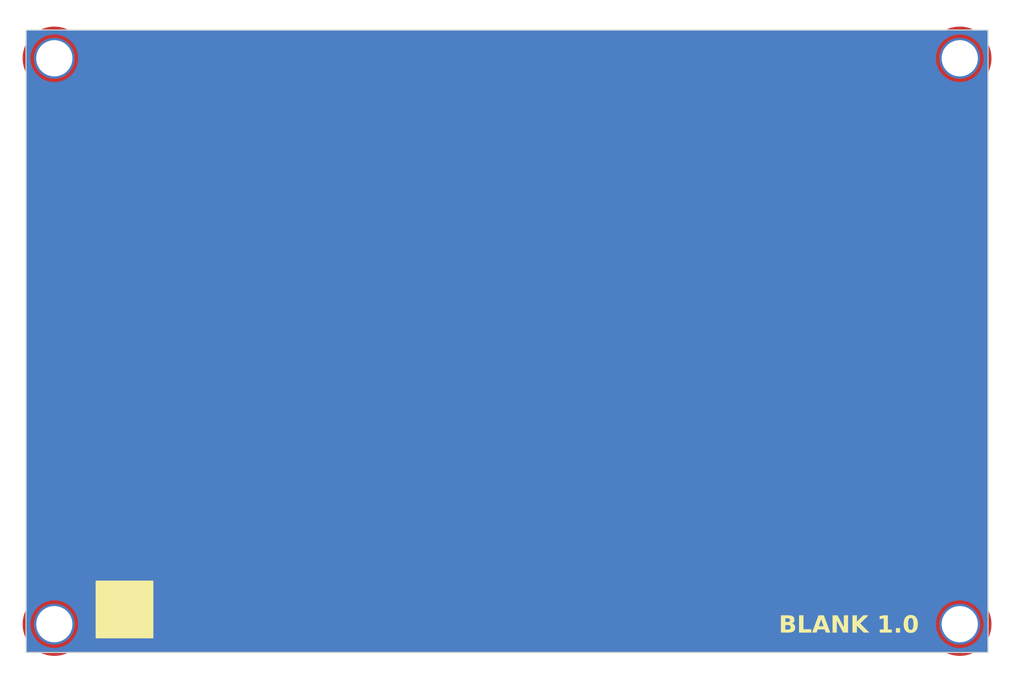
<source format=kicad_pcb>
(kicad_pcb (version 20240108) (generator "pcbnew") (generator_version "8.0")
  (layers (0 "F.Cu" signal) (31 "B.Cu" signal) (34 "B.Paste" user) (35 "F.Paste" user) (36 "B.SilkS" user "B.Silkscreen") (37 "F.SilkS" user "F.Silkscreen") (38 "B.Mask" user) (39 "F.Mask" user) (44 "Edge.Cuts" user))
  (net 0 "")
  (footprint "MountingHole:MountingHole_3.2mm_M3_DIN965_Pad_TopOnly" (layer "F.Cu") (at 88.4 66 90)
    (property "Reference" "H1" (hide yes))
    (property "Value" "MountingHole")
    (pad "1" thru_hole circle (at 0 0 90) (size 3.6 3.6) (drill 3.2) (layers "*.Cu" "*.Mask"))
    (pad "1" connect circle (at 0 0 90) (size 5.6 5.6) (layers "F.Cu" "F.Mask"))
  )
  (footprint "MountingHole:MountingHole_3.2mm_M3_DIN965_Pad_TopOnly" (layer "F.Cu") (at 88.4 116 90)
    (property "Reference" "H3" (hide yes))
    (property "Value" "MountingHole")
    (pad "1" thru_hole circle (at 0 0 90) (size 3.6 3.6) (drill 3.2) (layers "*.Cu" "*.Mask"))
    (pad "1" connect circle (at 0 0 90) (size 5.6 5.6) (layers "F.Cu" "F.Mask"))
  )
  (footprint "MountingHole:MountingHole_3.2mm_M3_DIN965_Pad_TopOnly" (layer "F.Cu") (at 168.4 66 90)
    (property "Reference" "H2" (hide yes))
    (property "Value" "MountingHole")
    (pad "1" thru_hole circle (at 0 0 90) (size 3.6 3.6) (drill 3.2) (layers "*.Cu" "*.Mask"))
    (pad "1" connect circle (at 0 0 90) (size 5.6 5.6) (layers "F.Cu" "F.Mask"))
  )
  (footprint "MountingHole:MountingHole_3.2mm_M3_DIN965_Pad_TopOnly" (layer "F.Cu") (at 168.4 116 90)
    (property "Reference" "H4" (hide yes))
    (property "Value" "MountingHole")
    (pad "1" thru_hole circle (at 0 0 90) (size 3.6 3.6) (drill 3.2) (layers "*.Cu" "*.Mask"))
    (pad "1" connect circle (at 0 0 90) (size 5.6 5.6) (layers "F.Cu" "F.Mask"))
  )
  (gr_rect (start 92.1 112.2) (end 97.1 117.2) (stroke (width 0.1)) (fill solid) (layer "F.SilkS"))
  (gr_line (start 170.9 63.5) (end 170.9 118.5) (stroke (width 0.1)) (layer "Edge.Cuts"))
  (gr_line (start 85.9 63.5) (end 170.9 63.5) (stroke (width 0.1)) (layer "Edge.Cuts"))
  (gr_line (start 85.9 118.5) (end 85.9 63.5) (stroke (width 0.1)) (layer "Edge.Cuts"))
  (gr_line (start 170.9 118.5) (end 85.9 118.5) (stroke (width 0.1)) (layer "Edge.Cuts"))
  (gr_text "BLANK 1.0" (at 164.8 117 0) (layer "F.SilkS") (effects (font (size 1.5 1.5) (thickness 0.2) (bold yes)) (justify right bottom)))
  (zone (net 0) (net_name "") (layers "F&B.Cu") (connect_pads (clearance 0.3)) (min_thickness 0.25) (fill yes (thermal_gap 0.5) (thermal_bridge_width 0.5))
    (polygon (pts (xy 84.8 63.2) (xy 171.9 63.2) (xy 174.1 65.4) (xy 174.1 120.3) (xy 84.6 120.3) (xy 83.6 119.3) (xy 83.6 64.4)))
  )
)
</source>
